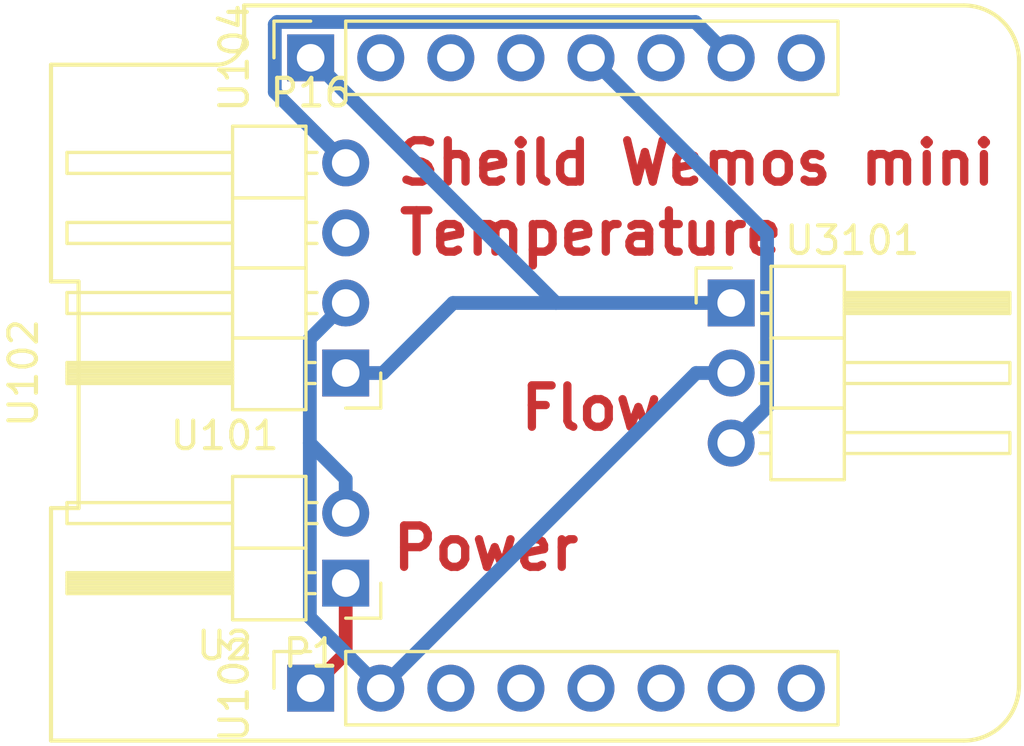
<source format=kicad_pcb>
(kicad_pcb (version 20171130) (host pcbnew 5.0.2-bee76a0~70~ubuntu18.04.1)

  (general
    (thickness 1.6)
    (drawings 4)
    (tracks 25)
    (zones 0)
    (modules 6)
    (nets 18)
  )

  (page A4)
  (layers
    (0 F.Cu signal)
    (31 B.Cu signal)
    (32 B.Adhes user)
    (33 F.Adhes user)
    (34 B.Paste user)
    (35 F.Paste user)
    (36 B.SilkS user)
    (37 F.SilkS user)
    (38 B.Mask user)
    (39 F.Mask user)
    (40 Dwgs.User user)
    (41 Cmts.User user)
    (42 Eco1.User user)
    (43 Eco2.User user)
    (44 Edge.Cuts user)
    (45 Margin user)
    (46 B.CrtYd user)
    (47 F.CrtYd user)
    (48 B.Fab user)
    (49 F.Fab user)
  )

  (setup
    (last_trace_width 0.25)
    (trace_clearance 0.2)
    (zone_clearance 0.508)
    (zone_45_only no)
    (trace_min 0.2)
    (segment_width 0.2)
    (edge_width 0.1)
    (via_size 0.8)
    (via_drill 0.4)
    (via_min_size 0.4)
    (via_min_drill 0.3)
    (uvia_size 0.3)
    (uvia_drill 0.1)
    (uvias_allowed no)
    (uvia_min_size 0.2)
    (uvia_min_drill 0.1)
    (pcb_text_width 0.3)
    (pcb_text_size 1.5 1.5)
    (mod_edge_width 0.15)
    (mod_text_size 1 1)
    (mod_text_width 0.15)
    (pad_size 1.7 1.7)
    (pad_drill 1)
    (pad_to_mask_clearance 0)
    (solder_mask_min_width 0.25)
    (aux_axis_origin 0 0)
    (visible_elements FFFFF77F)
    (pcbplotparams
      (layerselection 0x010fc_ffffffff)
      (usegerberextensions false)
      (usegerberattributes false)
      (usegerberadvancedattributes false)
      (creategerberjobfile false)
      (excludeedgelayer true)
      (linewidth 0.100000)
      (plotframeref false)
      (viasonmask false)
      (mode 1)
      (useauxorigin false)
      (hpglpennumber 1)
      (hpglpenspeed 20)
      (hpglpendiameter 15.000000)
      (psnegative false)
      (psa4output false)
      (plotreference true)
      (plotvalue true)
      (plotinvisibletext false)
      (padsonsilk false)
      (subtractmaskfromsilk false)
      (outputformat 1)
      (mirror false)
      (drillshape 1)
      (scaleselection 1)
      (outputdirectory ""))
  )

  (net 0 "")
  (net 1 +5V)
  (net 2 GND)
  (net 3 "Net-(U101-Pad3)")
  (net 4 SIGTemp)
  (net 5 SIGFlow)
  (net 6 "Net-(U103-Pad3)")
  (net 7 "Net-(U103-Pad4)")
  (net 8 "Net-(U103-Pad5)")
  (net 9 "Net-(U103-Pad6)")
  (net 10 "Net-(U103-Pad7)")
  (net 11 "Net-(U103-Pad8)")
  (net 12 "Net-(U104-Pad9)")
  (net 13 "Net-(U104-Pad11)")
  (net 14 "Net-(U104-Pad13)")
  (net 15 "Net-(U104-Pad14)")
  (net 16 "Net-(U104-Pad15)")
  (net 17 +3V3)

  (net_class Default "This is the default net class."
    (clearance 0.2)
    (trace_width 0.25)
    (via_dia 0.8)
    (via_drill 0.4)
    (uvia_dia 0.3)
    (uvia_drill 0.1)
    (add_net +3V3)
    (add_net +5V)
    (add_net GND)
    (add_net "Net-(U101-Pad3)")
    (add_net "Net-(U103-Pad3)")
    (add_net "Net-(U103-Pad4)")
    (add_net "Net-(U103-Pad5)")
    (add_net "Net-(U103-Pad6)")
    (add_net "Net-(U103-Pad7)")
    (add_net "Net-(U103-Pad8)")
    (add_net "Net-(U104-Pad11)")
    (add_net "Net-(U104-Pad13)")
    (add_net "Net-(U104-Pad14)")
    (add_net "Net-(U104-Pad15)")
    (add_net "Net-(U104-Pad9)")
    (add_net SIGFlow)
    (add_net SIGTemp)
  )

  (module pinHeads:PinHeader_1x02_P2.54mm_Horizontal (layer F.Cu) (tedit 59FED5CB) (tstamp 5E03CC95)
    (at 143.51 109.22 180)
    (descr "Through hole angled pin header, 1x02, 2.54mm pitch, 6mm pin length, single row")
    (tags "Through hole angled pin header THT 1x02 2.54mm single row")
    (path /5DF78856)
    (fp_text reference U2 (at 4.385 -2.27 180) (layer F.SilkS)
      (effects (font (size 1 1) (thickness 0.15)))
    )
    (fp_text value Relay_2_pins (at 4.385 4.81 180) (layer F.Fab)
      (effects (font (size 1 1) (thickness 0.15)))
    )
    (fp_line (start 2.135 -1.27) (end 4.04 -1.27) (layer F.Fab) (width 0.1))
    (fp_line (start 4.04 -1.27) (end 4.04 3.81) (layer F.Fab) (width 0.1))
    (fp_line (start 4.04 3.81) (end 1.5 3.81) (layer F.Fab) (width 0.1))
    (fp_line (start 1.5 3.81) (end 1.5 -0.635) (layer F.Fab) (width 0.1))
    (fp_line (start 1.5 -0.635) (end 2.135 -1.27) (layer F.Fab) (width 0.1))
    (fp_line (start -0.32 -0.32) (end 1.5 -0.32) (layer F.Fab) (width 0.1))
    (fp_line (start -0.32 -0.32) (end -0.32 0.32) (layer F.Fab) (width 0.1))
    (fp_line (start -0.32 0.32) (end 1.5 0.32) (layer F.Fab) (width 0.1))
    (fp_line (start 4.04 -0.32) (end 10.04 -0.32) (layer F.Fab) (width 0.1))
    (fp_line (start 10.04 -0.32) (end 10.04 0.32) (layer F.Fab) (width 0.1))
    (fp_line (start 4.04 0.32) (end 10.04 0.32) (layer F.Fab) (width 0.1))
    (fp_line (start -0.32 2.22) (end 1.5 2.22) (layer F.Fab) (width 0.1))
    (fp_line (start -0.32 2.22) (end -0.32 2.86) (layer F.Fab) (width 0.1))
    (fp_line (start -0.32 2.86) (end 1.5 2.86) (layer F.Fab) (width 0.1))
    (fp_line (start 4.04 2.22) (end 10.04 2.22) (layer F.Fab) (width 0.1))
    (fp_line (start 10.04 2.22) (end 10.04 2.86) (layer F.Fab) (width 0.1))
    (fp_line (start 4.04 2.86) (end 10.04 2.86) (layer F.Fab) (width 0.1))
    (fp_line (start 1.44 -1.33) (end 1.44 3.87) (layer F.SilkS) (width 0.12))
    (fp_line (start 1.44 3.87) (end 4.1 3.87) (layer F.SilkS) (width 0.12))
    (fp_line (start 4.1 3.87) (end 4.1 -1.33) (layer F.SilkS) (width 0.12))
    (fp_line (start 4.1 -1.33) (end 1.44 -1.33) (layer F.SilkS) (width 0.12))
    (fp_line (start 4.1 -0.38) (end 10.1 -0.38) (layer F.SilkS) (width 0.12))
    (fp_line (start 10.1 -0.38) (end 10.1 0.38) (layer F.SilkS) (width 0.12))
    (fp_line (start 10.1 0.38) (end 4.1 0.38) (layer F.SilkS) (width 0.12))
    (fp_line (start 4.1 -0.32) (end 10.1 -0.32) (layer F.SilkS) (width 0.12))
    (fp_line (start 4.1 -0.2) (end 10.1 -0.2) (layer F.SilkS) (width 0.12))
    (fp_line (start 4.1 -0.08) (end 10.1 -0.08) (layer F.SilkS) (width 0.12))
    (fp_line (start 4.1 0.04) (end 10.1 0.04) (layer F.SilkS) (width 0.12))
    (fp_line (start 4.1 0.16) (end 10.1 0.16) (layer F.SilkS) (width 0.12))
    (fp_line (start 4.1 0.28) (end 10.1 0.28) (layer F.SilkS) (width 0.12))
    (fp_line (start 1.11 -0.38) (end 1.44 -0.38) (layer F.SilkS) (width 0.12))
    (fp_line (start 1.11 0.38) (end 1.44 0.38) (layer F.SilkS) (width 0.12))
    (fp_line (start 1.44 1.27) (end 4.1 1.27) (layer F.SilkS) (width 0.12))
    (fp_line (start 4.1 2.16) (end 10.1 2.16) (layer F.SilkS) (width 0.12))
    (fp_line (start 10.1 2.16) (end 10.1 2.92) (layer F.SilkS) (width 0.12))
    (fp_line (start 10.1 2.92) (end 4.1 2.92) (layer F.SilkS) (width 0.12))
    (fp_line (start 1.042929 2.16) (end 1.44 2.16) (layer F.SilkS) (width 0.12))
    (fp_line (start 1.042929 2.92) (end 1.44 2.92) (layer F.SilkS) (width 0.12))
    (fp_line (start -1.27 0) (end -1.27 -1.27) (layer F.SilkS) (width 0.12))
    (fp_line (start -1.27 -1.27) (end 0 -1.27) (layer F.SilkS) (width 0.12))
    (fp_line (start -1.8 -1.8) (end -1.8 4.35) (layer F.CrtYd) (width 0.05))
    (fp_line (start -1.8 4.35) (end 10.55 4.35) (layer F.CrtYd) (width 0.05))
    (fp_line (start 10.55 4.35) (end 10.55 -1.8) (layer F.CrtYd) (width 0.05))
    (fp_line (start 10.55 -1.8) (end -1.8 -1.8) (layer F.CrtYd) (width 0.05))
    (fp_text user %R (at 2.77 1.27 270) (layer F.Fab)
      (effects (font (size 1 1) (thickness 0.15)))
    )
    (pad 1 thru_hole rect (at 0 0 180) (size 1.7 1.7) (drill 1) (layers *.Cu *.Mask)
      (net 1 +5V))
    (pad 2 thru_hole oval (at 0 2.54 180) (size 1.7 1.7) (drill 1) (layers *.Cu *.Mask)
      (net 2 GND))
    (model ${KISYS3DMOD}/Connector_PinHeader_2.54mm.3dshapes/PinHeader_1x02_P2.54mm_Horizontal.wrl
      (at (xyz 0 0 0))
      (scale (xyz 1 1 1))
      (rotate (xyz 0 0 0))
    )
  )

  (module pinHeads:PinHeader_1x04_P2.54mm_Horizontal (layer F.Cu) (tedit 59FED5CB) (tstamp 5E03CCE2)
    (at 143.51 101.6 180)
    (descr "Through hole angled pin header, 1x04, 2.54mm pitch, 6mm pin length, single row")
    (tags "Through hole angled pin header THT 1x04 2.54mm single row")
    (path /5DF80F41)
    (fp_text reference U101 (at 4.385 -2.27 180) (layer F.SilkS)
      (effects (font (size 1 1) (thickness 0.15)))
    )
    (fp_text value Temperature_connector (at 1.27 9.89 180) (layer F.Fab)
      (effects (font (size 1 1) (thickness 0.15)))
    )
    (fp_line (start 2.135 -1.27) (end 4.04 -1.27) (layer F.Fab) (width 0.1))
    (fp_line (start 4.04 -1.27) (end 4.04 8.89) (layer F.Fab) (width 0.1))
    (fp_line (start 4.04 8.89) (end 1.5 8.89) (layer F.Fab) (width 0.1))
    (fp_line (start 1.5 8.89) (end 1.5 -0.635) (layer F.Fab) (width 0.1))
    (fp_line (start 1.5 -0.635) (end 2.135 -1.27) (layer F.Fab) (width 0.1))
    (fp_line (start -0.32 -0.32) (end 1.5 -0.32) (layer F.Fab) (width 0.1))
    (fp_line (start -0.32 -0.32) (end -0.32 0.32) (layer F.Fab) (width 0.1))
    (fp_line (start -0.32 0.32) (end 1.5 0.32) (layer F.Fab) (width 0.1))
    (fp_line (start 4.04 -0.32) (end 10.04 -0.32) (layer F.Fab) (width 0.1))
    (fp_line (start 10.04 -0.32) (end 10.04 0.32) (layer F.Fab) (width 0.1))
    (fp_line (start 4.04 0.32) (end 10.04 0.32) (layer F.Fab) (width 0.1))
    (fp_line (start -0.32 2.22) (end 1.5 2.22) (layer F.Fab) (width 0.1))
    (fp_line (start -0.32 2.22) (end -0.32 2.86) (layer F.Fab) (width 0.1))
    (fp_line (start -0.32 2.86) (end 1.5 2.86) (layer F.Fab) (width 0.1))
    (fp_line (start 4.04 2.22) (end 10.04 2.22) (layer F.Fab) (width 0.1))
    (fp_line (start 10.04 2.22) (end 10.04 2.86) (layer F.Fab) (width 0.1))
    (fp_line (start 4.04 2.86) (end 10.04 2.86) (layer F.Fab) (width 0.1))
    (fp_line (start -0.32 4.76) (end 1.5 4.76) (layer F.Fab) (width 0.1))
    (fp_line (start -0.32 4.76) (end -0.32 5.4) (layer F.Fab) (width 0.1))
    (fp_line (start -0.32 5.4) (end 1.5 5.4) (layer F.Fab) (width 0.1))
    (fp_line (start 4.04 4.76) (end 10.04 4.76) (layer F.Fab) (width 0.1))
    (fp_line (start 10.04 4.76) (end 10.04 5.4) (layer F.Fab) (width 0.1))
    (fp_line (start 4.04 5.4) (end 10.04 5.4) (layer F.Fab) (width 0.1))
    (fp_line (start -0.32 7.3) (end 1.5 7.3) (layer F.Fab) (width 0.1))
    (fp_line (start -0.32 7.3) (end -0.32 7.94) (layer F.Fab) (width 0.1))
    (fp_line (start -0.32 7.94) (end 1.5 7.94) (layer F.Fab) (width 0.1))
    (fp_line (start 4.04 7.3) (end 10.04 7.3) (layer F.Fab) (width 0.1))
    (fp_line (start 10.04 7.3) (end 10.04 7.94) (layer F.Fab) (width 0.1))
    (fp_line (start 4.04 7.94) (end 10.04 7.94) (layer F.Fab) (width 0.1))
    (fp_line (start 1.44 -1.33) (end 1.44 8.95) (layer F.SilkS) (width 0.12))
    (fp_line (start 1.44 8.95) (end 4.1 8.95) (layer F.SilkS) (width 0.12))
    (fp_line (start 4.1 8.95) (end 4.1 -1.33) (layer F.SilkS) (width 0.12))
    (fp_line (start 4.1 -1.33) (end 1.44 -1.33) (layer F.SilkS) (width 0.12))
    (fp_line (start 4.1 -0.38) (end 10.1 -0.38) (layer F.SilkS) (width 0.12))
    (fp_line (start 10.1 -0.38) (end 10.1 0.38) (layer F.SilkS) (width 0.12))
    (fp_line (start 10.1 0.38) (end 4.1 0.38) (layer F.SilkS) (width 0.12))
    (fp_line (start 4.1 -0.32) (end 10.1 -0.32) (layer F.SilkS) (width 0.12))
    (fp_line (start 4.1 -0.2) (end 10.1 -0.2) (layer F.SilkS) (width 0.12))
    (fp_line (start 4.1 -0.08) (end 10.1 -0.08) (layer F.SilkS) (width 0.12))
    (fp_line (start 4.1 0.04) (end 10.1 0.04) (layer F.SilkS) (width 0.12))
    (fp_line (start 4.1 0.16) (end 10.1 0.16) (layer F.SilkS) (width 0.12))
    (fp_line (start 4.1 0.28) (end 10.1 0.28) (layer F.SilkS) (width 0.12))
    (fp_line (start 1.11 -0.38) (end 1.44 -0.38) (layer F.SilkS) (width 0.12))
    (fp_line (start 1.11 0.38) (end 1.44 0.38) (layer F.SilkS) (width 0.12))
    (fp_line (start 1.44 1.27) (end 4.1 1.27) (layer F.SilkS) (width 0.12))
    (fp_line (start 4.1 2.16) (end 10.1 2.16) (layer F.SilkS) (width 0.12))
    (fp_line (start 10.1 2.16) (end 10.1 2.92) (layer F.SilkS) (width 0.12))
    (fp_line (start 10.1 2.92) (end 4.1 2.92) (layer F.SilkS) (width 0.12))
    (fp_line (start 1.042929 2.16) (end 1.44 2.16) (layer F.SilkS) (width 0.12))
    (fp_line (start 1.042929 2.92) (end 1.44 2.92) (layer F.SilkS) (width 0.12))
    (fp_line (start 1.44 3.81) (end 4.1 3.81) (layer F.SilkS) (width 0.12))
    (fp_line (start 4.1 4.7) (end 10.1 4.7) (layer F.SilkS) (width 0.12))
    (fp_line (start 10.1 4.7) (end 10.1 5.46) (layer F.SilkS) (width 0.12))
    (fp_line (start 10.1 5.46) (end 4.1 5.46) (layer F.SilkS) (width 0.12))
    (fp_line (start 1.042929 4.7) (end 1.44 4.7) (layer F.SilkS) (width 0.12))
    (fp_line (start 1.042929 5.46) (end 1.44 5.46) (layer F.SilkS) (width 0.12))
    (fp_line (start 1.44 6.35) (end 4.1 6.35) (layer F.SilkS) (width 0.12))
    (fp_line (start 4.1 7.24) (end 10.1 7.24) (layer F.SilkS) (width 0.12))
    (fp_line (start 10.1 7.24) (end 10.1 8) (layer F.SilkS) (width 0.12))
    (fp_line (start 10.1 8) (end 4.1 8) (layer F.SilkS) (width 0.12))
    (fp_line (start 1.042929 7.24) (end 1.44 7.24) (layer F.SilkS) (width 0.12))
    (fp_line (start 1.042929 8) (end 1.44 8) (layer F.SilkS) (width 0.12))
    (fp_line (start -1.27 0) (end -1.27 -1.27) (layer F.SilkS) (width 0.12))
    (fp_line (start -1.27 -1.27) (end 0 -1.27) (layer F.SilkS) (width 0.12))
    (fp_line (start -1.8 -1.8) (end -1.8 9.4) (layer F.CrtYd) (width 0.05))
    (fp_line (start -1.8 9.4) (end 10.55 9.4) (layer F.CrtYd) (width 0.05))
    (fp_line (start 10.55 9.4) (end 10.55 -1.8) (layer F.CrtYd) (width 0.05))
    (fp_line (start 10.55 -1.8) (end -1.8 -1.8) (layer F.CrtYd) (width 0.05))
    (fp_text user %R (at 2.77 3.81 270) (layer F.Fab)
      (effects (font (size 1 1) (thickness 0.15)))
    )
    (pad 1 thru_hole rect (at 0 0 180) (size 1.7 1.7) (drill 1) (layers *.Cu *.Mask)
      (net 17 +3V3))
    (pad 2 thru_hole oval (at 0 2.54 180) (size 1.7 1.7) (drill 1) (layers *.Cu *.Mask)
      (net 2 GND))
    (pad 3 thru_hole oval (at 0 5.08 180) (size 1.7 1.7) (drill 1) (layers *.Cu *.Mask)
      (net 3 "Net-(U101-Pad3)"))
    (pad 4 thru_hole oval (at 0 7.62 180) (size 1.7 1.7) (drill 1) (layers *.Cu *.Mask)
      (net 4 SIGTemp))
    (model ${KISYS3DMOD}/Connector_PinHeader_2.54mm.3dshapes/PinHeader_1x04_P2.54mm_Horizontal.wrl
      (at (xyz 0 0 0))
      (scale (xyz 1 1 1))
      (rotate (xyz 0 0 0))
    )
  )

  (module wemos-d1-mini:wemos-d1-mini-withoutpin (layer F.Cu) (tedit 5DFE50A2) (tstamp 5E03CCFF)
    (at 151.13 101.6)
    (path /5DFA3DEE)
    (fp_text reference U102 (at -19.3 0 90) (layer F.SilkS)
      (effects (font (size 1 1) (thickness 0.15)))
    )
    (fp_text value WeMos_mini (at 0 0) (layer F.Fab) hide
      (effects (font (size 1 1) (thickness 0.15)))
    )
    (fp_line (start -18.3 13.33) (end 14.78 13.33) (layer F.SilkS) (width 0.15))
    (fp_line (start 16.78 11.33) (end 16.78 -11.33) (layer F.SilkS) (width 0.15))
    (fp_line (start 14.78 -13.33) (end -11.3 -13.33) (layer F.SilkS) (width 0.15))
    (fp_line (start -18.3 -11.18) (end -18.3 -3.32) (layer F.SilkS) (width 0.15))
    (fp_line (start -18.3 -3.32) (end -17.3 -3.32) (layer F.SilkS) (width 0.15))
    (fp_line (start -17.3 -3.32) (end -17.3 4.9) (layer F.SilkS) (width 0.15))
    (fp_line (start -17.3 4.9) (end -18.3 4.9) (layer F.SilkS) (width 0.15))
    (fp_line (start -18.3 4.9) (end -18.3 13.329999) (layer F.SilkS) (width 0.15))
    (fp_line (start -11.48 -13.5) (end 14.85 -13.5) (layer F.CrtYd) (width 0.05))
    (fp_line (start 16.94 -11.5) (end 16.94 11.5) (layer F.CrtYd) (width 0.05))
    (fp_line (start 14.94 13.5) (end -18.46 13.5) (layer F.CrtYd) (width 0.05))
    (fp_line (start -18.46 13.5) (end -18.46 -11.33) (layer F.CrtYd) (width 0.05))
    (fp_arc (start 14.78 -11.33) (end 14.78 -13.33) (angle 90) (layer F.SilkS) (width 0.15))
    (fp_arc (start 14.78 11.33) (end 16.78 11.33) (angle 90) (layer F.SilkS) (width 0.15))
    (fp_arc (start 14.94 11.5) (end 16.94 11.5) (angle 90) (layer F.CrtYd) (width 0.05))
    (fp_arc (start 14.94 -11.5) (end 14.85 -13.5) (angle 92.57657183) (layer F.CrtYd) (width 0.05))
    (fp_line (start -18.3 -11.18) (end -12.3 -11.18) (layer F.SilkS) (width 0.15))
    (fp_arc (start -12.3 -12.18) (end -11.3 -12.18) (angle 90) (layer F.SilkS) (width 0.15))
    (fp_line (start -11.3 -12.17) (end -11.3 -13.33) (layer F.SilkS) (width 0.15))
    (fp_line (start -11.3 -13.33) (end -11.3 -13.33) (layer F.SilkS) (width 0.15))
    (fp_line (start -11.48 -13.5) (end -11.48 -12.33) (layer F.CrtYd) (width 0.05))
    (fp_line (start -18.46 -11.33) (end -12.48 -11.33) (layer F.CrtYd) (width 0.05))
    (fp_arc (start -12.48 -12.33) (end -11.48 -12.33) (angle 90) (layer F.CrtYd) (width 0.05))
    (fp_text user P16 (at -8.89 -10.16) (layer F.SilkS)
      (effects (font (size 1 1) (thickness 0.15)))
    )
    (fp_text user P1 (at -8.89 10.16) (layer F.SilkS)
      (effects (font (size 1 1) (thickness 0.15)))
    )
    (model ${KIPRJMOD}/3dshapes/wemos_d1_mini.3dshapes/d1_mini_shield.wrl
      (offset (xyz -17.89999973116897 -12.79999980776329 5.099999923405687))
      (scale (xyz 0.3937 0.3937 0.3937))
      (rotate (xyz 0 180 90))
    )
    (model ${KIPRJMOD}/3dshapes/wemos_d1_mini.3dshapes/TSW-108-05-G-S.wrl
      (offset (xyz 0 -11.39999982878918 2.599999960951919))
      (scale (xyz 0.3937 0.3937 0.3937))
      (rotate (xyz 90 0 0))
    )
    (model ${KIPRJMOD}/3dshapes/wemos_d1_mini.3dshapes/TSW-108-05-G-S.wrl
      (offset (xyz 0 11.39999982878918 2.599999960951919))
      (scale (xyz 0.3937 0.3937 0.3937))
      (rotate (xyz 90 0 0))
    )
  )

  (module pinSocket:PinSocket_1x08_P2.54mm_Vertical (layer F.Cu) (tedit 5A19A420) (tstamp 5E03CD1B)
    (at 142.24 113.03 90)
    (descr "Through hole straight socket strip, 1x08, 2.54mm pitch, single row (from Kicad 4.0.7), script generated")
    (tags "Through hole socket strip THT 1x08 2.54mm single row")
    (path /5DFCAC32)
    (fp_text reference U103 (at 0 -2.77 90) (layer F.SilkS)
      (effects (font (size 1 1) (thickness 0.15)))
    )
    (fp_text value Pin_socket_1x8 (at 2.54 13.97 180) (layer F.Fab)
      (effects (font (size 1 1) (thickness 0.15)))
    )
    (fp_line (start -1.27 -1.27) (end 0.635 -1.27) (layer F.Fab) (width 0.1))
    (fp_line (start 0.635 -1.27) (end 1.27 -0.635) (layer F.Fab) (width 0.1))
    (fp_line (start 1.27 -0.635) (end 1.27 19.05) (layer F.Fab) (width 0.1))
    (fp_line (start 1.27 19.05) (end -1.27 19.05) (layer F.Fab) (width 0.1))
    (fp_line (start -1.27 19.05) (end -1.27 -1.27) (layer F.Fab) (width 0.1))
    (fp_line (start -1.33 1.27) (end 1.33 1.27) (layer F.SilkS) (width 0.12))
    (fp_line (start -1.33 1.27) (end -1.33 19.11) (layer F.SilkS) (width 0.12))
    (fp_line (start -1.33 19.11) (end 1.33 19.11) (layer F.SilkS) (width 0.12))
    (fp_line (start 1.33 1.27) (end 1.33 19.11) (layer F.SilkS) (width 0.12))
    (fp_line (start 1.33 -1.33) (end 1.33 0) (layer F.SilkS) (width 0.12))
    (fp_line (start 0 -1.33) (end 1.33 -1.33) (layer F.SilkS) (width 0.12))
    (fp_line (start -1.8 -1.8) (end 1.75 -1.8) (layer F.CrtYd) (width 0.05))
    (fp_line (start 1.75 -1.8) (end 1.75 19.55) (layer F.CrtYd) (width 0.05))
    (fp_line (start 1.75 19.55) (end -1.8 19.55) (layer F.CrtYd) (width 0.05))
    (fp_line (start -1.8 19.55) (end -1.8 -1.8) (layer F.CrtYd) (width 0.05))
    (fp_text user %R (at 0 8.89 180) (layer F.Fab)
      (effects (font (size 1 1) (thickness 0.15)))
    )
    (pad 1 thru_hole rect (at 0 0 90) (size 1.7 1.7) (drill 1) (layers *.Cu *.Mask)
      (net 1 +5V))
    (pad 2 thru_hole oval (at 0 2.54 90) (size 1.7 1.7) (drill 1) (layers *.Cu *.Mask)
      (net 2 GND))
    (pad 3 thru_hole oval (at 0 5.08 90) (size 1.7 1.7) (drill 1) (layers *.Cu *.Mask)
      (net 6 "Net-(U103-Pad3)"))
    (pad 4 thru_hole oval (at 0 7.62 90) (size 1.7 1.7) (drill 1) (layers *.Cu *.Mask)
      (net 7 "Net-(U103-Pad4)"))
    (pad 5 thru_hole oval (at 0 10.16 90) (size 1.7 1.7) (drill 1) (layers *.Cu *.Mask)
      (net 8 "Net-(U103-Pad5)"))
    (pad 6 thru_hole oval (at 0 12.7 90) (size 1.7 1.7) (drill 1) (layers *.Cu *.Mask)
      (net 9 "Net-(U103-Pad6)"))
    (pad 7 thru_hole oval (at 0 15.24 90) (size 1.7 1.7) (drill 1) (layers *.Cu *.Mask)
      (net 10 "Net-(U103-Pad7)"))
    (pad 8 thru_hole oval (at 0 17.78 90) (size 1.7 1.7) (drill 1) (layers *.Cu *.Mask)
      (net 11 "Net-(U103-Pad8)"))
    (model ${KISYS3DMOD}/Connector_PinSocket_2.54mm.3dshapes/PinSocket_1x08_P2.54mm_Vertical.wrl
      (at (xyz 0 0 0))
      (scale (xyz 1 1 1))
      (rotate (xyz 0 0 0))
    )
  )

  (module pinSocket:PinSocket_1x08_P2.54mm_Vertical2 (layer F.Cu) (tedit 5DFCB031) (tstamp 5E03CD37)
    (at 142.24 90.17 90)
    (descr "Through hole straight socket strip, 1x08, 2.54mm pitch, single row (from Kicad 4.0.7), script generated")
    (tags "Through hole socket strip THT 1x08 2.54mm single row")
    (path /5DFCBECA)
    (fp_text reference U104 (at 0 -2.77 90) (layer F.SilkS)
      (effects (font (size 1 1) (thickness 0.15)))
    )
    (fp_text value Pin-socket2_1x08 (at -2.54 15.24 180) (layer F.Fab)
      (effects (font (size 1 1) (thickness 0.15)))
    )
    (fp_text user %R (at 0 8.89 180) (layer F.Fab)
      (effects (font (size 1 1) (thickness 0.15)))
    )
    (fp_line (start -1.8 19.55) (end -1.8 -1.8) (layer F.CrtYd) (width 0.05))
    (fp_line (start 1.75 19.55) (end -1.8 19.55) (layer F.CrtYd) (width 0.05))
    (fp_line (start 1.75 -1.8) (end 1.75 19.55) (layer F.CrtYd) (width 0.05))
    (fp_line (start -1.8 -1.8) (end 1.75 -1.8) (layer F.CrtYd) (width 0.05))
    (fp_line (start 0 -1.33) (end 1.33 -1.33) (layer F.SilkS) (width 0.12))
    (fp_line (start 1.33 -1.33) (end 1.33 0) (layer F.SilkS) (width 0.12))
    (fp_line (start 1.33 1.27) (end 1.33 19.11) (layer F.SilkS) (width 0.12))
    (fp_line (start -1.33 19.11) (end 1.33 19.11) (layer F.SilkS) (width 0.12))
    (fp_line (start -1.33 1.27) (end -1.33 19.11) (layer F.SilkS) (width 0.12))
    (fp_line (start -1.33 1.27) (end 1.33 1.27) (layer F.SilkS) (width 0.12))
    (fp_line (start -1.27 19.05) (end -1.27 -1.27) (layer F.Fab) (width 0.1))
    (fp_line (start 1.27 19.05) (end -1.27 19.05) (layer F.Fab) (width 0.1))
    (fp_line (start 1.27 -0.635) (end 1.27 19.05) (layer F.Fab) (width 0.1))
    (fp_line (start 0.635 -1.27) (end 1.27 -0.635) (layer F.Fab) (width 0.1))
    (fp_line (start -1.27 -1.27) (end 0.635 -1.27) (layer F.Fab) (width 0.1))
    (pad 9 thru_hole oval (at 0 17.78 90) (size 1.7 1.7) (drill 1) (layers *.Cu *.Mask)
      (net 12 "Net-(U104-Pad9)"))
    (pad 10 thru_hole oval (at 0 15.24 90) (size 1.7 1.7) (drill 1) (layers *.Cu *.Mask)
      (net 4 SIGTemp))
    (pad 11 thru_hole oval (at 0 12.7 90) (size 1.7 1.7) (drill 1) (layers *.Cu *.Mask)
      (net 13 "Net-(U104-Pad11)"))
    (pad 12 thru_hole oval (at 0 10.16 90) (size 1.7 1.7) (drill 1) (layers *.Cu *.Mask)
      (net 5 SIGFlow))
    (pad 13 thru_hole oval (at 0 7.62 90) (size 1.7 1.7) (drill 1) (layers *.Cu *.Mask)
      (net 14 "Net-(U104-Pad13)"))
    (pad 14 thru_hole oval (at 0 5.08 90) (size 1.7 1.7) (drill 1) (layers *.Cu *.Mask)
      (net 15 "Net-(U104-Pad14)"))
    (pad 15 thru_hole oval (at 0 2.54 90) (size 1.7 1.7) (drill 1) (layers *.Cu *.Mask)
      (net 16 "Net-(U104-Pad15)"))
    (pad 16 thru_hole rect (at 0 0 90) (size 1.7 1.7) (drill 1) (layers *.Cu *.Mask)
      (net 17 +3V3))
    (model ${KISYS3DMOD}/Connector_PinSocket_2.54mm.3dshapes/PinSocket_1x08_P2.54mm_Vertical.wrl
      (at (xyz 0 0 0))
      (scale (xyz 1 1 1))
      (rotate (xyz 0 0 0))
    )
  )

  (module pinHeads:PinHeader_1x03_P2.54mm_Horizontal (layer F.Cu) (tedit 5DFE5094) (tstamp 5E03CD77)
    (at 157.48 99.06)
    (descr "Through hole angled pin header, 1x03, 2.54mm pitch, 6mm pin length, single row")
    (tags "Through hole angled pin header THT 1x03 2.54mm single row")
    (path /5DF78A93)
    (fp_text reference U3101 (at 4.385 -2.27) (layer F.SilkS)
      (effects (font (size 1 1) (thickness 0.15)))
    )
    (fp_text value Flow_connector (at 4.385 7.35) (layer F.Fab)
      (effects (font (size 1 1) (thickness 0.15) italic))
    )
    (fp_line (start 2.135 -1.27) (end 4.04 -1.27) (layer F.Fab) (width 0.1))
    (fp_line (start 4.04 -1.27) (end 4.04 6.35) (layer F.Fab) (width 0.1))
    (fp_line (start 4.04 6.35) (end 1.5 6.35) (layer F.Fab) (width 0.1))
    (fp_line (start 1.5 6.35) (end 1.5 -0.635) (layer F.Fab) (width 0.1))
    (fp_line (start 1.5 -0.635) (end 2.135 -1.27) (layer F.Fab) (width 0.1))
    (fp_line (start -0.32 -0.32) (end 1.5 -0.32) (layer F.Fab) (width 0.1))
    (fp_line (start -0.32 -0.32) (end -0.32 0.32) (layer F.Fab) (width 0.1))
    (fp_line (start -0.32 0.32) (end 1.5 0.32) (layer F.Fab) (width 0.1))
    (fp_line (start 4.04 -0.32) (end 10.04 -0.32) (layer F.Fab) (width 0.1))
    (fp_line (start 10.04 -0.32) (end 10.04 0.32) (layer F.Fab) (width 0.1))
    (fp_line (start 4.04 0.32) (end 10.04 0.32) (layer F.Fab) (width 0.1))
    (fp_line (start -0.32 2.22) (end 1.5 2.22) (layer F.Fab) (width 0.1))
    (fp_line (start -0.32 2.22) (end -0.32 2.86) (layer F.Fab) (width 0.1))
    (fp_line (start -0.32 2.86) (end 1.5 2.86) (layer F.Fab) (width 0.1))
    (fp_line (start 4.04 2.22) (end 10.04 2.22) (layer F.Fab) (width 0.1))
    (fp_line (start 10.04 2.22) (end 10.04 2.86) (layer F.Fab) (width 0.1))
    (fp_line (start 4.04 2.86) (end 10.04 2.86) (layer F.Fab) (width 0.1))
    (fp_line (start -0.32 4.76) (end 1.5 4.76) (layer F.Fab) (width 0.1))
    (fp_line (start -0.32 4.76) (end -0.32 5.4) (layer F.Fab) (width 0.1))
    (fp_line (start -0.32 5.4) (end 1.5 5.4) (layer F.Fab) (width 0.1))
    (fp_line (start 4.04 4.76) (end 10.04 4.76) (layer F.Fab) (width 0.1))
    (fp_line (start 10.04 4.76) (end 10.04 5.4) (layer F.Fab) (width 0.1))
    (fp_line (start 4.04 5.4) (end 10.04 5.4) (layer F.Fab) (width 0.1))
    (fp_line (start 1.44 -1.33) (end 1.44 6.41) (layer F.SilkS) (width 0.12))
    (fp_line (start 1.44 6.41) (end 4.1 6.41) (layer F.SilkS) (width 0.12))
    (fp_line (start 4.1 6.41) (end 4.1 -1.33) (layer F.SilkS) (width 0.12))
    (fp_line (start 4.1 -1.33) (end 1.44 -1.33) (layer F.SilkS) (width 0.12))
    (fp_line (start 4.1 -0.38) (end 10.1 -0.38) (layer F.SilkS) (width 0.12))
    (fp_line (start 10.1 -0.38) (end 10.1 0.38) (layer F.SilkS) (width 0.12))
    (fp_line (start 10.1 0.38) (end 4.1 0.38) (layer F.SilkS) (width 0.12))
    (fp_line (start 4.1 -0.32) (end 10.1 -0.32) (layer F.SilkS) (width 0.12))
    (fp_line (start 4.1 -0.2) (end 10.1 -0.2) (layer F.SilkS) (width 0.12))
    (fp_line (start 4.1 -0.08) (end 10.1 -0.08) (layer F.SilkS) (width 0.12))
    (fp_line (start 4.1 0.04) (end 10.1 0.04) (layer F.SilkS) (width 0.12))
    (fp_line (start 4.1 0.16) (end 10.1 0.16) (layer F.SilkS) (width 0.12))
    (fp_line (start 4.1 0.28) (end 10.1 0.28) (layer F.SilkS) (width 0.12))
    (fp_line (start 1.11 -0.38) (end 1.44 -0.38) (layer F.SilkS) (width 0.12))
    (fp_line (start 1.11 0.38) (end 1.44 0.38) (layer F.SilkS) (width 0.12))
    (fp_line (start 1.44 1.27) (end 4.1 1.27) (layer F.SilkS) (width 0.12))
    (fp_line (start 4.1 2.16) (end 10.1 2.16) (layer F.SilkS) (width 0.12))
    (fp_line (start 10.1 2.16) (end 10.1 2.92) (layer F.SilkS) (width 0.12))
    (fp_line (start 10.1 2.92) (end 4.1 2.92) (layer F.SilkS) (width 0.12))
    (fp_line (start 1.042929 2.16) (end 1.44 2.16) (layer F.SilkS) (width 0.12))
    (fp_line (start 1.042929 2.92) (end 1.44 2.92) (layer F.SilkS) (width 0.12))
    (fp_line (start 1.44 3.81) (end 4.1 3.81) (layer F.SilkS) (width 0.12))
    (fp_line (start 4.1 4.7) (end 10.1 4.7) (layer F.SilkS) (width 0.12))
    (fp_line (start 10.1 4.7) (end 10.1 5.46) (layer F.SilkS) (width 0.12))
    (fp_line (start 10.1 5.46) (end 4.1 5.46) (layer F.SilkS) (width 0.12))
    (fp_line (start 1.042929 4.7) (end 1.44 4.7) (layer F.SilkS) (width 0.12))
    (fp_line (start 1.042929 5.46) (end 1.44 5.46) (layer F.SilkS) (width 0.12))
    (fp_line (start -1.27 0) (end -1.27 -1.27) (layer F.SilkS) (width 0.12))
    (fp_line (start -1.27 -1.27) (end 0 -1.27) (layer F.SilkS) (width 0.12))
    (fp_line (start -1.8 -1.8) (end -1.8 6.85) (layer F.CrtYd) (width 0.05))
    (fp_line (start -1.8 6.85) (end 10.55 6.85) (layer F.CrtYd) (width 0.05))
    (fp_line (start 10.55 6.85) (end 10.55 -1.8) (layer F.CrtYd) (width 0.05))
    (fp_line (start 10.55 -1.8) (end -1.8 -1.8) (layer F.CrtYd) (width 0.05))
    (fp_text user %R (at 2.77 2.54 90) (layer F.Fab)
      (effects (font (size 1 1) (thickness 0.15)))
    )
    (pad 1 thru_hole rect (at 0 0) (size 1.7 1.7) (drill 1) (layers *.Cu *.Mask)
      (net 17 +3V3))
    (pad 2 thru_hole oval (at 0 2.54) (size 1.7 1.7) (drill 1) (layers *.Cu *.Mask)
      (net 2 GND))
    (pad 3 thru_hole oval (at 0 5.08) (size 1.7 1.7) (drill 1) (layers *.Cu *.Mask)
      (net 5 SIGFlow))
    (model ${KISYS3DMOD}/Connector_PinHeader_2.54mm.3dshapes/PinHeader_1x03_P2.54mm_Horizontal.wrl
      (at (xyz 0 0 0))
      (scale (xyz 1 1 1))
      (rotate (xyz 0 0 0))
    )
  )

  (gr_text Flow (at 152.4 102.87) (layer F.Cu)
    (effects (font (size 1.5 1.5) (thickness 0.3)))
  )
  (gr_text Temperature (at 152.4 96.52) (layer F.Cu)
    (effects (font (size 1.5 1.5) (thickness 0.3)))
  )
  (gr_text Power (at 148.59 107.95) (layer F.Cu)
    (effects (font (size 1.5 1.5) (thickness 0.3)))
  )
  (gr_text "Sheild Wemos mini" (at 156.21 93.98) (layer F.Cu)
    (effects (font (size 1.5 1.5) (thickness 0.3)))
  )

  (segment (start 143.51 111.76) (end 142.24 113.03) (width 0.5) (layer F.Cu) (net 1))
  (segment (start 143.51 109.22) (end 143.51 111.76) (width 0.5) (layer F.Cu) (net 1))
  (segment (start 156.21 101.6) (end 144.78 113.03) (width 0.5) (layer B.Cu) (net 2))
  (segment (start 157.48 101.6) (end 156.21 101.6) (width 0.5) (layer B.Cu) (net 2))
  (segment (start 142.209999 110.459999) (end 144.78 113.03) (width 0.5) (layer B.Cu) (net 2))
  (segment (start 143.51 99.06) (end 142.209999 100.360001) (width 0.5) (layer B.Cu) (net 2))
  (segment (start 143.51 105.440001) (end 142.209999 104.14) (width 0.5) (layer B.Cu) (net 2))
  (segment (start 143.51 106.68) (end 143.51 105.440001) (width 0.5) (layer B.Cu) (net 2))
  (segment (start 142.209999 100.360001) (end 142.209999 104.14) (width 0.5) (layer B.Cu) (net 2))
  (segment (start 142.209999 104.14) (end 142.209999 110.459999) (width 0.5) (layer B.Cu) (net 2))
  (segment (start 156.630001 89.320001) (end 157.48 90.17) (width 0.5) (layer B.Cu) (net 4))
  (segment (start 156.179999 88.869999) (end 156.630001 89.320001) (width 0.5) (layer B.Cu) (net 4))
  (segment (start 140.939999 91.409999) (end 140.939999 88.959999) (width 0.5) (layer B.Cu) (net 4))
  (segment (start 141.029999 88.869999) (end 156.179999 88.869999) (width 0.5) (layer B.Cu) (net 4))
  (segment (start 140.939999 88.959999) (end 141.029999 88.869999) (width 0.5) (layer B.Cu) (net 4))
  (segment (start 143.51 93.98) (end 140.939999 91.409999) (width 0.5) (layer B.Cu) (net 4))
  (segment (start 153.249999 91.019999) (end 152.4 90.17) (width 0.5) (layer B.Cu) (net 5))
  (segment (start 158.780001 96.550001) (end 153.249999 91.019999) (width 0.5) (layer B.Cu) (net 5))
  (segment (start 158.780001 102.839999) (end 158.780001 96.550001) (width 0.5) (layer B.Cu) (net 5))
  (segment (start 157.48 104.14) (end 158.780001 102.839999) (width 0.5) (layer B.Cu) (net 5))
  (segment (start 151.13 99.06) (end 142.24 90.17) (width 0.5) (layer B.Cu) (net 17))
  (segment (start 157.48 99.06) (end 151.13 99.06) (width 0.5) (layer B.Cu) (net 17))
  (segment (start 147.4 99.06) (end 151.13 99.06) (width 0.5) (layer B.Cu) (net 17))
  (segment (start 144.86 101.6) (end 147.4 99.06) (width 0.5) (layer B.Cu) (net 17))
  (segment (start 143.51 101.6) (end 144.86 101.6) (width 0.5) (layer B.Cu) (net 17))

)

</source>
